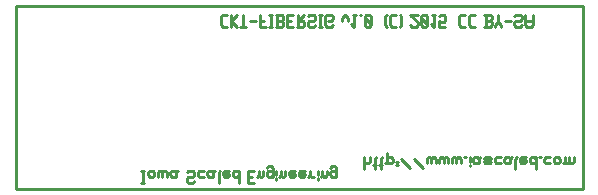
<source format=gbr>
G04 start of page 10 for group -4078 idx -4078 *
G04 Title: (unknown), bottomsilk *
G04 Creator: pcb 20140316 *
G04 CreationDate: Fri 27 Feb 2015 09:32:21 PM GMT UTC *
G04 For: ndholmes *
G04 Format: Gerber/RS-274X *
G04 PCB-Dimensions (mil): 1900.00 620.00 *
G04 PCB-Coordinate-Origin: lower left *
%MOIN*%
%FSLAX25Y25*%
%LNBOTTOMSILK*%
%ADD52C,0.0100*%
G54D52*X500Y61500D02*X189500D01*
Y500D01*
X500D01*
Y61500D01*
X69500Y58500D02*X71000D01*
X69000Y58000D02*X69500Y58500D01*
X69000Y55000D02*Y58000D01*
Y55000D02*X69500Y54500D01*
X71000D01*
X72200D02*Y58500D01*
Y56500D02*X74200Y54500D01*
X72200Y56500D02*X74200Y58500D01*
X75400Y54500D02*X77400D01*
X76400D02*Y58500D01*
X78600Y56500D02*X80600D01*
X81800Y54500D02*Y58500D01*
Y54500D02*X83800D01*
X81800Y56500D02*X83300D01*
X85000Y54500D02*X86000D01*
X85500D02*Y58500D01*
X85000D02*X86000D01*
X87200D02*X89200D01*
X89700Y58000D01*
Y57000D02*Y58000D01*
X89200Y56500D02*X89700Y57000D01*
X87700Y56500D02*X89200D01*
X87700Y54500D02*Y58500D01*
X87200Y54500D02*X89200D01*
X89700Y55000D01*
Y56000D01*
X89200Y56500D02*X89700Y56000D01*
X90900Y56500D02*X92400D01*
X90900Y58500D02*X92900D01*
X90900Y54500D02*Y58500D01*
Y54500D02*X92900D01*
X94100D02*X96100D01*
X96600Y55000D01*
Y56000D01*
X96100Y56500D02*X96600Y56000D01*
X94600Y56500D02*X96100D01*
X94600Y54500D02*Y58500D01*
Y56500D02*X96600Y58500D01*
X99800Y54500D02*X100300Y55000D01*
X98300Y54500D02*X99800D01*
X97800Y55000D02*X98300Y54500D01*
X97800Y55000D02*Y56000D01*
X98300Y56500D01*
X99800D01*
X100300Y57000D01*
Y58000D01*
X99800Y58500D02*X100300Y58000D01*
X98300Y58500D02*X99800D01*
X97800Y58000D02*X98300Y58500D01*
X101500Y54500D02*X102500D01*
X102000D02*Y58500D01*
X101500D02*X102500D01*
X105700Y54500D02*X106200Y55000D01*
X104200Y54500D02*X105700D01*
X103700Y55000D02*X104200Y54500D01*
X103700Y55000D02*Y58000D01*
X104200Y58500D01*
X105700D01*
X106200Y58000D01*
Y57000D02*Y58000D01*
X105700Y56500D02*X106200Y57000D01*
X104700Y56500D02*X105700D01*
X109200D02*Y57500D01*
X110200Y58500D01*
X111200Y57500D01*
Y56500D02*Y57500D01*
X112900Y58500D02*X113900D01*
X113400Y54500D02*Y58500D01*
X112400Y55500D02*X113400Y54500D01*
X115100Y58500D02*X115600D01*
X116800Y58000D02*X117300Y58500D01*
X116800Y55000D02*Y58000D01*
Y55000D02*X117300Y54500D01*
X118300D01*
X118800Y55000D01*
Y58000D01*
X118300Y58500D02*X118800Y58000D01*
X117300Y58500D02*X118300D01*
X116800Y57500D02*X118800Y55500D01*
X123600Y58000D02*X124100Y58500D01*
X123600Y55000D02*X124100Y54500D01*
X123600Y55000D02*Y58000D01*
X125800Y58500D02*X127300D01*
X125300Y58000D02*X125800Y58500D01*
X125300Y55000D02*Y58000D01*
Y55000D02*X125800Y54500D01*
X127300D01*
X128500D02*X129000Y55000D01*
Y58000D01*
X128500Y58500D02*X129000Y58000D01*
X132000Y55000D02*X132500Y54500D01*
X134000D01*
X134500Y55000D01*
Y56000D01*
X132000Y58500D02*X134500Y56000D01*
X132000Y58500D02*X134500D01*
X135700Y58000D02*X136200Y58500D01*
X135700Y55000D02*Y58000D01*
Y55000D02*X136200Y54500D01*
X137200D01*
X137700Y55000D01*
Y58000D01*
X137200Y58500D02*X137700Y58000D01*
X136200Y58500D02*X137200D01*
X135700Y57500D02*X137700Y55500D01*
X139400Y58500D02*X140400D01*
X139900Y54500D02*Y58500D01*
X138900Y55500D02*X139900Y54500D01*
X141600D02*X143600D01*
X141600D02*Y56500D01*
X142100Y56000D01*
X143100D01*
X143600Y56500D01*
Y58000D01*
X143100Y58500D02*X143600Y58000D01*
X142100Y58500D02*X143100D01*
X141600Y58000D02*X142100Y58500D01*
X148900D02*X150400D01*
X148400Y58000D02*X148900Y58500D01*
X148400Y55000D02*Y58000D01*
Y55000D02*X148900Y54500D01*
X150400D01*
X152100Y58500D02*X153600D01*
X151600Y58000D02*X152100Y58500D01*
X151600Y55000D02*Y58000D01*
Y55000D02*X152100Y54500D01*
X153600D01*
X156600Y58500D02*X158600D01*
X159100Y58000D01*
Y57000D02*Y58000D01*
X158600Y56500D02*X159100Y57000D01*
X157100Y56500D02*X158600D01*
X157100Y54500D02*Y58500D01*
X156600Y54500D02*X158600D01*
X159100Y55000D01*
Y56000D01*
X158600Y56500D02*X159100Y56000D01*
X160300Y54500D02*Y55000D01*
X161300Y56000D01*
X162300Y55000D01*
Y54500D02*Y55000D01*
X161300Y56000D02*Y58500D01*
X163500Y56500D02*X165500D01*
X168700Y54500D02*X169200Y55000D01*
X167200Y54500D02*X168700D01*
X166700Y55000D02*X167200Y54500D01*
X166700Y55000D02*Y56000D01*
X167200Y56500D01*
X168700D01*
X169200Y57000D01*
Y58000D01*
X168700Y58500D02*X169200Y58000D01*
X167200Y58500D02*X168700D01*
X166700Y58000D02*X167200Y58500D01*
X170400Y55000D02*Y58500D01*
Y55000D02*X170900Y54500D01*
X172400D01*
X172900Y55000D01*
Y58500D01*
X170400Y56500D02*X172900D01*
X42414Y2457D02*X43414D01*
X42914D02*Y6457D01*
X42414D02*X43414D01*
X44614Y4957D02*Y5957D01*
Y4957D02*X45114Y4457D01*
X46114D01*
X46614Y4957D01*
Y5957D01*
X46114Y6457D02*X46614Y5957D01*
X45114Y6457D02*X46114D01*
X44614Y5957D02*X45114Y6457D01*
X47814Y4457D02*Y5957D01*
X48314Y6457D01*
X48814D01*
X49314Y5957D01*
Y4457D02*Y5957D01*
X49814Y6457D01*
X50314D01*
X50814Y5957D01*
Y4457D02*Y5957D01*
X53514Y4457D02*X54014Y4957D01*
X52514Y4457D02*X53514D01*
X52014Y4957D02*X52514Y4457D01*
X52014Y4957D02*Y5957D01*
X52514Y6457D01*
X54014Y4457D02*Y5957D01*
X54514Y6457D01*
X52514D02*X53514D01*
X54014Y5957D01*
X59514Y2457D02*X60014Y2957D01*
X58014Y2457D02*X59514D01*
X57514Y2957D02*X58014Y2457D01*
X57514Y2957D02*Y3957D01*
X58014Y4457D01*
X59514D01*
X60014Y4957D01*
Y5957D01*
X59514Y6457D02*X60014Y5957D01*
X58014Y6457D02*X59514D01*
X57514Y5957D02*X58014Y6457D01*
X61714Y4457D02*X63214D01*
X61214Y4957D02*X61714Y4457D01*
X61214Y4957D02*Y5957D01*
X61714Y6457D01*
X63214D01*
X65914Y4457D02*X66414Y4957D01*
X64914Y4457D02*X65914D01*
X64414Y4957D02*X64914Y4457D01*
X64414Y4957D02*Y5957D01*
X64914Y6457D01*
X66414Y4457D02*Y5957D01*
X66914Y6457D01*
X64914D02*X65914D01*
X66414Y5957D01*
X68114Y2457D02*Y5957D01*
X68614Y6457D01*
X70114D02*X71614D01*
X69614Y5957D02*X70114Y6457D01*
X69614Y4957D02*Y5957D01*
Y4957D02*X70114Y4457D01*
X71114D01*
X71614Y4957D01*
X69614Y5457D02*X71614D01*
Y4957D02*Y5457D01*
X74814Y2457D02*Y6457D01*
X74314D02*X74814Y5957D01*
X73314Y6457D02*X74314D01*
X72814Y5957D02*X73314Y6457D01*
X72814Y4957D02*Y5957D01*
Y4957D02*X73314Y4457D01*
X74314D01*
X74814Y4957D01*
X77814Y4457D02*X79314D01*
X77814Y6457D02*X79814D01*
X77814Y2457D02*Y6457D01*
Y2457D02*X79814D01*
X81514Y4957D02*Y6457D01*
Y4957D02*X82014Y4457D01*
X82514D01*
X83014Y4957D01*
Y6457D01*
X81014Y4457D02*X81514Y4957D01*
X85714Y4457D02*X86214Y4957D01*
X84714Y4457D02*X85714D01*
X84214Y4957D02*X84714Y4457D01*
X84214Y4957D02*Y5957D01*
X84714Y6457D01*
X85714D01*
X86214Y5957D01*
X84214Y7457D02*X84714Y7957D01*
X85714D01*
X86214Y7457D01*
Y4457D02*Y7457D01*
X87414Y3457D02*Y3957D01*
Y4957D02*Y6457D01*
X88914Y4957D02*Y6457D01*
Y4957D02*X89414Y4457D01*
X89914D01*
X90414Y4957D01*
Y6457D01*
X88414Y4457D02*X88914Y4957D01*
X92114Y6457D02*X93614D01*
X91614Y5957D02*X92114Y6457D01*
X91614Y4957D02*Y5957D01*
Y4957D02*X92114Y4457D01*
X93114D01*
X93614Y4957D01*
X91614Y5457D02*X93614D01*
Y4957D02*Y5457D01*
X95314Y6457D02*X96814D01*
X94814Y5957D02*X95314Y6457D01*
X94814Y4957D02*Y5957D01*
Y4957D02*X95314Y4457D01*
X96314D01*
X96814Y4957D01*
X94814Y5457D02*X96814D01*
Y4957D02*Y5457D01*
X98514Y4957D02*Y6457D01*
Y4957D02*X99014Y4457D01*
X100014D01*
X98014D02*X98514Y4957D01*
X101214Y3457D02*Y3957D01*
Y4957D02*Y6457D01*
X102714Y4957D02*Y6457D01*
Y4957D02*X103214Y4457D01*
X103714D01*
X104214Y4957D01*
Y6457D01*
X102214Y4457D02*X102714Y4957D01*
X106914Y4457D02*X107414Y4957D01*
X105914Y4457D02*X106914D01*
X105414Y4957D02*X105914Y4457D01*
X105414Y4957D02*Y5957D01*
X105914Y6457D01*
X106914D01*
X107414Y5957D01*
X105414Y7457D02*X105914Y7957D01*
X106914D01*
X107414Y7457D01*
Y4457D02*Y7457D01*
X116457Y7000D02*Y11000D01*
Y9500D02*X116957Y9000D01*
X117957D01*
X118457Y9500D01*
Y11000D01*
X120157Y7000D02*Y10500D01*
X120657Y11000D01*
X119657Y8500D02*X120657D01*
X122157Y7000D02*Y10500D01*
X122657Y11000D01*
X121657Y8500D02*X122657D01*
X124157Y9500D02*Y12500D01*
X123657Y9000D02*X124157Y9500D01*
X124657Y9000D01*
X125657D01*
X126157Y9500D01*
Y10500D01*
X125657Y11000D02*X126157Y10500D01*
X124657Y11000D02*X125657D01*
X124157Y10500D02*X124657Y11000D01*
X127357Y8500D02*X127857D01*
X127357Y9500D02*X127857D01*
X129057Y10500D02*X132057Y7500D01*
X133257Y10500D02*X136257Y7500D01*
X137457Y9000D02*Y10500D01*
X137957Y11000D01*
X138457D01*
X138957Y10500D01*
Y9000D02*Y10500D01*
X139457Y11000D01*
X139957D01*
X140457Y10500D01*
Y9000D02*Y10500D01*
X141657Y9000D02*Y10500D01*
X142157Y11000D01*
X142657D01*
X143157Y10500D01*
Y9000D02*Y10500D01*
X143657Y11000D01*
X144157D01*
X144657Y10500D01*
Y9000D02*Y10500D01*
X145857Y9000D02*Y10500D01*
X146357Y11000D01*
X146857D01*
X147357Y10500D01*
Y9000D02*Y10500D01*
X147857Y11000D01*
X148357D01*
X148857Y10500D01*
Y9000D02*Y10500D01*
X150057Y11000D02*X150557D01*
X151757Y8000D02*Y8500D01*
Y9500D02*Y11000D01*
X154257Y9000D02*X154757Y9500D01*
X153257Y9000D02*X154257D01*
X152757Y9500D02*X153257Y9000D01*
X152757Y9500D02*Y10500D01*
X153257Y11000D01*
X154757Y9000D02*Y10500D01*
X155257Y11000D01*
X153257D02*X154257D01*
X154757Y10500D01*
X156957Y11000D02*X158457D01*
X158957Y10500D01*
X158457Y10000D02*X158957Y10500D01*
X156957Y10000D02*X158457D01*
X156457Y9500D02*X156957Y10000D01*
X156457Y9500D02*X156957Y9000D01*
X158457D01*
X158957Y9500D01*
X156457Y10500D02*X156957Y11000D01*
X160657Y9000D02*X162157D01*
X160157Y9500D02*X160657Y9000D01*
X160157Y9500D02*Y10500D01*
X160657Y11000D01*
X162157D01*
X164857Y9000D02*X165357Y9500D01*
X163857Y9000D02*X164857D01*
X163357Y9500D02*X163857Y9000D01*
X163357Y9500D02*Y10500D01*
X163857Y11000D01*
X165357Y9000D02*Y10500D01*
X165857Y11000D01*
X163857D02*X164857D01*
X165357Y10500D01*
X167057Y7000D02*Y10500D01*
X167557Y11000D01*
X169057D02*X170557D01*
X168557Y10500D02*X169057Y11000D01*
X168557Y9500D02*Y10500D01*
Y9500D02*X169057Y9000D01*
X170057D01*
X170557Y9500D01*
X168557Y10000D02*X170557D01*
Y9500D02*Y10000D01*
X173757Y7000D02*Y11000D01*
X173257D02*X173757Y10500D01*
X172257Y11000D02*X173257D01*
X171757Y10500D02*X172257Y11000D01*
X171757Y9500D02*Y10500D01*
Y9500D02*X172257Y9000D01*
X173257D01*
X173757Y9500D01*
X174957Y11000D02*X175457D01*
X177157Y9000D02*X178657D01*
X176657Y9500D02*X177157Y9000D01*
X176657Y9500D02*Y10500D01*
X177157Y11000D01*
X178657D01*
X179857Y9500D02*Y10500D01*
Y9500D02*X180357Y9000D01*
X181357D01*
X181857Y9500D01*
Y10500D01*
X181357Y11000D02*X181857Y10500D01*
X180357Y11000D02*X181357D01*
X179857Y10500D02*X180357Y11000D01*
X183557Y9500D02*Y11000D01*
Y9500D02*X184057Y9000D01*
X184557D01*
X185057Y9500D01*
Y11000D01*
Y9500D02*X185557Y9000D01*
X186057D01*
X186557Y9500D01*
Y11000D01*
X183057Y9000D02*X183557Y9500D01*
M02*

</source>
